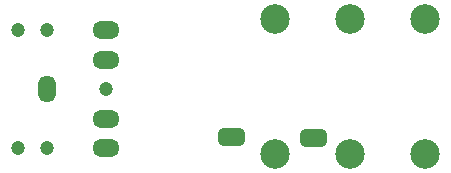
<source format=gbr>
%TF.GenerationSoftware,KiCad,Pcbnew,9.0.2*%
%TF.CreationDate,2025-08-14T21:49:21-07:00*%
%TF.ProjectId,natsys_conn1,6e617473-7973-45f6-936f-6e6e312e6b69,rev?*%
%TF.SameCoordinates,Original*%
%TF.FileFunction,Soldermask,Bot*%
%TF.FilePolarity,Negative*%
%FSLAX46Y46*%
G04 Gerber Fmt 4.6, Leading zero omitted, Abs format (unit mm)*
G04 Created by KiCad (PCBNEW 9.0.2) date 2025-08-14 21:49:21*
%MOMM*%
%LPD*%
G01*
G04 APERTURE LIST*
G04 Aperture macros list*
%AMFreePoly0*
4,1,23,0.500000,-0.750000,0.000000,-0.750000,0.000000,-0.745722,-0.065263,-0.745722,-0.191342,-0.711940,-0.304381,-0.646677,-0.396677,-0.554381,-0.461940,-0.441342,-0.495722,-0.315263,-0.495722,-0.250000,-0.500000,-0.250000,-0.500000,0.250000,-0.495722,0.250000,-0.495722,0.315263,-0.461940,0.441342,-0.396677,0.554381,-0.304381,0.646677,-0.191342,0.711940,-0.065263,0.745722,0.000000,0.745722,
0.000000,0.750000,0.500000,0.750000,0.500000,-0.750000,0.500000,-0.750000,$1*%
%AMFreePoly1*
4,1,23,0.000000,0.745722,0.065263,0.745722,0.191342,0.711940,0.304381,0.646677,0.396677,0.554381,0.461940,0.441342,0.495722,0.315263,0.495722,0.250000,0.500000,0.250000,0.500000,-0.250000,0.495722,-0.250000,0.495722,-0.315263,0.461940,-0.441342,0.396677,-0.554381,0.304381,-0.646677,0.191342,-0.711940,0.065263,-0.745722,0.000000,-0.745722,0.000000,-0.750000,-0.500000,-0.750000,
-0.500000,0.750000,0.000000,0.750000,0.000000,0.745722,0.000000,0.745722,$1*%
G04 Aperture macros list end*
%ADD10C,1.200000*%
%ADD11O,2.300000X1.500000*%
%ADD12O,1.500000X2.300000*%
%ADD13C,2.500000*%
%ADD14FreePoly0,0.000000*%
%ADD15FreePoly1,0.000000*%
G04 APERTURE END LIST*
%TO.C,JP2*%
G36*
X150177600Y-99987800D02*
G01*
X150477600Y-99987800D01*
X150477600Y-98487800D01*
X150177600Y-98487800D01*
X150177600Y-99987800D01*
G37*
%TO.C,JP1*%
G36*
X143243400Y-99911600D02*
G01*
X143543400Y-99911600D01*
X143543400Y-98411600D01*
X143243400Y-98411600D01*
X143243400Y-99911600D01*
G37*
%TD*%
D10*
%TO.C,J2*%
X125311800Y-100123000D03*
X127811800Y-100123000D03*
X132811800Y-95123000D03*
X125311800Y-90123000D03*
X127811800Y-90123000D03*
D11*
X132811800Y-97623000D03*
X132811800Y-92623000D03*
X132811800Y-90123000D03*
D12*
X127811800Y-95123000D03*
D11*
X132811800Y-100123000D03*
%TD*%
D13*
%TO.C,J3*%
X153466800Y-89179400D03*
X153466800Y-100609400D03*
X159816800Y-89179400D03*
X159816800Y-100609400D03*
X147116800Y-89179400D03*
X147116800Y-100609400D03*
%TD*%
D14*
%TO.C,JP2*%
X149677600Y-99237800D03*
D15*
X150977600Y-99237800D03*
%TD*%
D14*
%TO.C,JP1*%
X142743400Y-99161600D03*
D15*
X144043400Y-99161600D03*
%TD*%
M02*

</source>
